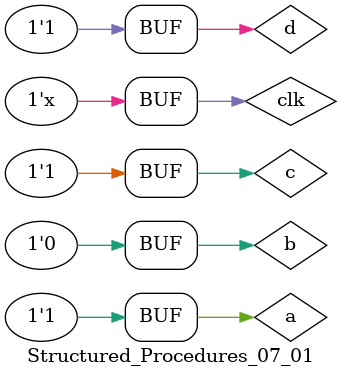
<source format=v>
`timescale 1ns/10ps
module Structured_Procedures_07_01;

reg a,b,c,d,e;
reg clk;

initial
  a = 1'b1;

initial
begin
  b = 1'b0;
  clk = 1'b0;
  #10;
  c = 1'b1;
end

initial
begin
  # 20;
  d = a;
  # 40;
  d = b;
  # 40;
  d = c;
end

always @(negedge clk)
begin
  e = d;
end


always
begin
  #18;
  clk = !clk;
end


endmodule
</source>
